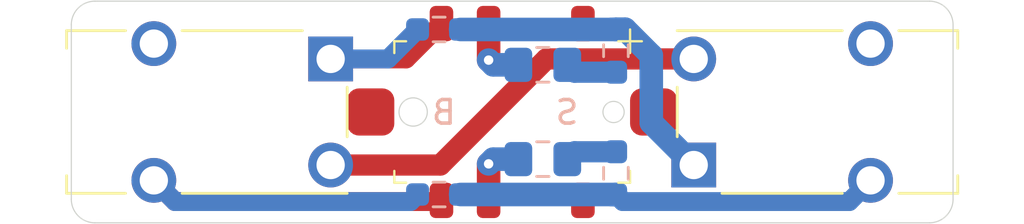
<source format=kicad_pcb>
(kicad_pcb (version 20221018) (generator pcbnew)
  (layers (0 "F.Cu" signal) (31 "B.Cu" signal) (34 "B.Paste" user) (35 "F.Paste" user) (36 "B.SilkS" user "B.Silkscreen") (37 "F.SilkS" user "F.Silkscreen") (38 "B.Mask" user) (39 "F.Mask" user) (44 "Edge.Cuts" user))
  (net 0 "")
  (net 1 "Net-(C1-Pad1)")
  (net 2 "Net-(J2-PadR)")
  (net 3 "Net-(C1-Pad2)")
  (net 4 "Net-(C2-Pad2)")
  (net 5 "Net-(J2-PadT)")
  (net 6 "Net-(C2-Pad1)")
  (net 7 "Net-(J1-PadT)")
  (net 8 "Net-(J1-PadR)")
  (net 9 "Net-(J1-PadS)")
  (footprint "Connector_Audio:Jack_3.5mm_Switronic_ST-005-G_horizontal" (layer "F.Cu") (at -14.2 0)
    (fp_text reference "J1" hide)
    (fp_text value "AudioJack3")
    (fp_line (start -4.7 -3.45) (end -2.2 -3.45) (stroke (width 0.12)) (layer "F.SilkS"))
    (fp_line (start -4.7 -2.7) (end -4.7 -3.45) (stroke (width 0.12)) (layer "F.SilkS"))
    (fp_line (start -4.7 3.45) (end -4.7 2.7) (stroke (width 0.12)) (layer "F.SilkS"))
    (fp_line (start -2.2 3.45) (end -4.7 3.45) (stroke (width 0.12)) (layer "F.SilkS"))
    (fp_line (start 0.2 -3.45) (end 5.3 -3.45) (stroke (width 0.12)) (layer "F.SilkS"))
    (fp_line (start 0.2 3.45) (end 7.2 3.45) (stroke (width 0.12)) (layer "F.SilkS"))
    (fp_line (start 7.2 -1.05) (end 7.2 1.05) (stroke (width 0.12)) (layer "F.SilkS"))
    (pad "" np_thru_hole circle (at 2.5 -2.5) (size 1 1) (drill 1) (layers "*.Cu" "*.Mask"))
    (pad "" np_thru_hole circle (at 2.5 2.5) (size 1 1) (drill 1) (layers "*.Cu" "*.Mask"))
    (pad "R" thru_hole rect (at 6.5 -2.25) (size 1.9 1.9) (drill 1.2) (layers "*.Cu" "*.Mask") (net 8 "Net-(J1-PadR)"))
    (pad "S" thru_hole circle (at 6.5 2.25) (size 1.9 1.9) (drill 1.2) (layers "*.Cu" "*.Mask") (net 9 "Net-(J1-PadS)"))
    (pad "T" thru_hole circle (at -1 -2.9) (size 1.9 1.9) (drill 1.2) (layers "*.Cu" "*.Mask") (net 7 "Net-(J1-PadT)"))
    (pad "T" thru_hole circle (at -1 2.9) (size 1.9 1.9) (drill 1.2) (layers "*.Cu" "*.Mask") (net 7 "Net-(J1-PadT)"))
  )
  (footprint "mylib:CMS-2202TB" (layer "F.Cu") (at 0 0 180)
    (fp_text reference "SW1" hide)
    (fp_text value "~")
    (fp_line (start -5 -3) (end -5 -2.5) (stroke (width 0.1)) (layer "F.SilkS"))
    (fp_line (start -5 -3) (end -4.5 -3) (stroke (width 0.1)) (layer "F.SilkS"))
    (fp_line (start -5 3) (end -5.5 3) (stroke (width 0.1)) (layer "F.SilkS"))
    (fp_line (start -5 3) (end -5 2.5) (stroke (width 0.1)) (layer "F.SilkS"))
    (fp_line (start -5 3) (end -5 3.5) (stroke (width 0.1)) (layer "F.SilkS"))
    (fp_line (start -5 3) (end -4.5 3) (stroke (width 0.1)) (layer "F.SilkS"))
    (fp_line (start 4.5 -3) (end 5 -3) (stroke (width 0.1)) (layer "F.SilkS"))
    (fp_line (start 5 -3) (end 5 -2.5) (stroke (width 0.1)) (layer "F.SilkS"))
    (fp_line (start 5 3) (end 4.5 3) (stroke (width 0.1)) (layer "F.SilkS"))
    (fp_line (start 5 3) (end 5 2.5) (stroke (width 0.1)) (layer "F.SilkS"))
    (fp_circle (center -4.3 0) (end -3.85 0) (stroke (width 0.05)) (fill none) (layer "Edge.Cuts"))
    (fp_circle (center 4.2 0) (end 4.8 0) (stroke (width 0.05)) (fill none) (layer "Edge.Cuts"))
    (pad "" smd roundrect (at -6 0 180) (size 2 2) (layers "F.Cu" "F.Paste" "F.Mask"))
    (pad "" smd roundrect (at 6 0 180) (size 2 2) (layers "F.Cu" "F.Paste" "F.Mask"))
    (pad "1" smd roundrect (at -3 3.75 180) (size 1 1.5) (layers "F.Cu" "F.Paste" "F.Mask"))
    (pad "2" smd roundrect (at 1 3.75 180) (size 1 1.5) (layers "F.Cu" "F.Paste" "F.Mask") (net 1 "Net-(C1-Pad1)"))
    (pad "3" smd roundrect (at 3 3.75 180) (size 1 1.5) (layers "F.Cu" "F.Paste" "F.Mask") (net 8 "Net-(J1-PadR)"))
    (pad "4" smd roundrect (at -3 -3.75 180) (size 1 1.5) (layers "F.Cu" "F.Paste" "F.Mask"))
    (pad "5" smd roundrect (at 1 -3.75 180) (size 1 1.5) (layers "F.Cu" "F.Paste" "F.Mask") (net 6 "Net-(C2-Pad1)"))
    (pad "6" smd roundrect (at 3 -3.75 180) (size 1 1.5) (layers "F.Cu" "F.Paste" "F.Mask") (net 7 "Net-(J1-PadT)"))
  )
  (footprint "Connector_Audio:Jack_3.5mm_Switronic_ST-005-G_horizontal" (layer "F.Cu") (at 14.2 0 180)
    (fp_text reference "J2" hide)
    (fp_text value "AudioJack3")
    (fp_line (start -4.7 -3.45) (end -2.2 -3.45) (stroke (width 0.12)) (layer "F.SilkS"))
    (fp_line (start -4.7 -2.7) (end -4.7 -3.45) (stroke (width 0.12)) (layer "F.SilkS"))
    (fp_line (start -4.7 3.45) (end -4.7 2.7) (stroke (width 0.12)) (layer "F.SilkS"))
    (fp_line (start -2.2 3.45) (end -4.7 3.45) (stroke (width 0.12)) (layer "F.SilkS"))
    (fp_line (start 0.2 -3.45) (end 5.3 -3.45) (stroke (width 0.12)) (layer "F.SilkS"))
    (fp_line (start 0.2 3.45) (end 7.2 3.45) (stroke (width 0.12)) (layer "F.SilkS"))
    (fp_line (start 7.2 -1.05) (end 7.2 1.05) (stroke (width 0.12)) (layer "F.SilkS"))
    (pad "" np_thru_hole circle (at 2.5 -2.5 180) (size 1 1) (drill 1) (layers "*.Cu" "*.Mask"))
    (pad "" np_thru_hole circle (at 2.5 2.5 180) (size 1 1) (drill 1) (layers "*.Cu" "*.Mask"))
    (pad "R" thru_hole rect (at 6.5 -2.25 180) (size 1.9 1.9) (drill 1.2) (layers "*.Cu" "*.Mask") (net 2 "Net-(J2-PadR)"))
    (pad "S" thru_hole circle (at 6.5 2.25 180) (size 1.9 1.9) (drill 1.2) (layers "*.Cu" "*.Mask") (net 9 "Net-(J1-PadS)"))
    (pad "T" thru_hole circle (at -1 -2.9 180) (size 1.9 1.9) (drill 1.2) (layers "*.Cu" "*.Mask") (net 5 "Net-(J2-PadT)"))
    (pad "T" thru_hole circle (at -1 2.9 180) (size 1.9 1.9) (drill 1.2) (layers "*.Cu" "*.Mask") (net 5 "Net-(J2-PadT)"))
  )
  (footprint "Resistor_SMD:R_0603_1608Metric_Pad0.98x0.95mm_HandSolder" (layer "B.Cu") (at -3.1 3.5)
    (fp_text reference "R4" hide)
    (fp_text value "100" hide)
    (fp_line (start -0.254724 -0.5225) (end 0.254724 -0.5225) (stroke (width 0.12)) (layer "B.SilkS"))
    (fp_line (start -0.254724 0.5225) (end 0.254724 0.5225) (stroke (width 0.12)) (layer "B.SilkS"))
    (pad "1" smd roundrect (at -0.9125 0) (size 0.975 0.95) (layers "B.Cu" "B.Paste" "B.Mask") (net 7 "Net-(J1-PadT)"))
    (pad "2" smd roundrect (at 0.9125 0) (size 0.975 0.95) (layers "B.Cu" "B.Paste" "B.Mask") (net 5 "Net-(J2-PadT)"))
  )
  (footprint "Capacitor_SMD:C_0805_2012Metric_Pad1.18x1.45mm_HandSolder" (layer "B.Cu") (at 1.3 2)
    (fp_text reference "C2" hide)
    (fp_text value "0.22u" hide)
    (fp_line (start -0.261252 -0.735) (end 0.261252 -0.735) (stroke (width 0.12)) (layer "B.SilkS"))
    (fp_line (start -0.261252 0.735) (end 0.261252 0.735) (stroke (width 0.12)) (layer "B.SilkS"))
    (pad "1" smd roundrect (at -1.0375 0) (size 1.175 1.45) (layers "B.Cu" "B.Paste" "B.Mask") (roundrect_rratio 0.2127659574) (net 6 "Net-(C2-Pad1)"))
    (pad "2" smd roundrect (at 1.0375 0) (size 1.175 1.45) (layers "B.Cu" "B.Paste" "B.Mask") (roundrect_rratio 0.2127659574) (net 4 "Net-(C2-Pad2)"))
  )
  (footprint "Resistor_SMD:R_0603_1608Metric_Pad0.98x0.95mm_HandSolder" (layer "B.Cu") (at 4.4 -2.6 90)
    (fp_text reference "R2" hide)
    (fp_text value "100" hide)
    (fp_line (start -0.254724 -0.5225) (end 0.254724 -0.5225) (stroke (width 0.12)) (layer "B.SilkS"))
    (fp_line (start -0.254724 0.5225) (end 0.254724 0.5225) (stroke (width 0.12)) (layer "B.SilkS"))
    (pad "1" smd roundrect (at -0.9125 0 90) (size 0.975 0.95) (layers "B.Cu" "B.Paste" "B.Mask") (net 3 "Net-(C1-Pad2)"))
    (pad "2" smd roundrect (at 0.9125 0 90) (size 0.975 0.95) (layers "B.Cu" "B.Paste" "B.Mask") (net 2 "Net-(J2-PadR)"))
  )
  (footprint "Resistor_SMD:R_0603_1608Metric_Pad0.98x0.95mm_HandSolder" (layer "B.Cu") (at -3.1 -3.5)
    (fp_text reference "R1" hide)
    (fp_text value "100" hide)
    (fp_line (start -0.254724 -0.5225) (end 0.254724 -0.5225) (stroke (width 0.12)) (layer "B.SilkS"))
    (fp_line (start -0.254724 0.5225) (end 0.254724 0.5225) (stroke (width 0.12)) (layer "B.SilkS"))
    (pad "1" smd roundrect (at -0.9125 0) (size 0.975 0.95) (layers "B.Cu" "B.Paste" "B.Mask") (net 8 "Net-(J1-PadR)"))
    (pad "2" smd roundrect (at 0.9125 0) (size 0.975 0.95) (layers "B.Cu" "B.Paste" "B.Mask") (net 2 "Net-(J2-PadR)"))
  )
  (footprint "Resistor_SMD:R_0603_1608Metric_Pad0.98x0.95mm_HandSolder" (layer "B.Cu") (at 4.4 2.6 -90)
    (fp_text reference "R3" hide)
    (fp_text value "100" hide)
    (fp_line (start -0.254724 -0.5225) (end 0.254724 -0.5225) (stroke (width 0.12)) (layer "B.SilkS"))
    (fp_line (start -0.254724 0.5225) (end 0.254724 0.5225) (stroke (width 0.12)) (layer "B.SilkS"))
    (pad "1" smd roundrect (at -0.9125 0 270) (size 0.975 0.95) (layers "B.Cu" "B.Paste" "B.Mask") (net 4 "Net-(C2-Pad2)"))
    (pad "2" smd roundrect (at 0.9125 0 270) (size 0.975 0.95) (layers "B.Cu" "B.Paste" "B.Mask") (net 5 "Net-(J2-PadT)"))
  )
  (footprint "Capacitor_SMD:C_0805_2012Metric_Pad1.18x1.45mm_HandSolder" (layer "B.Cu") (at 1.3 -2)
    (fp_text reference "C1" hide)
    (fp_text value "0.22u" hide)
    (fp_line (start -0.261252 -0.735) (end 0.261252 -0.735) (stroke (width 0.12)) (layer "B.SilkS"))
    (fp_line (start -0.261252 0.735) (end 0.261252 0.735) (stroke (width 0.12)) (layer "B.SilkS"))
    (pad "1" smd roundrect (at -1.0375 0) (size 1.175 1.45) (layers "B.Cu" "B.Paste" "B.Mask") (roundrect_rratio 0.2127659574) (net 1 "Net-(C1-Pad1)"))
    (pad "2" smd roundrect (at 1.0375 0) (size 1.175 1.45) (layers "B.Cu" "B.Paste" "B.Mask") (roundrect_rratio 0.2127659574) (net 3 "Net-(C1-Pad2)"))
  )
  (gr_arc (start -18.7 -3.7) (mid -18.407107 -4.407107) (end -17.7 -4.7) (stroke (width 0.05)) (layer "Edge.Cuts"))
  (gr_line (start 17.7 4.7) (end -17.7 4.7) (stroke (width 0.05)) (layer "Edge.Cuts"))
  (gr_line (start 18.7 -3.7) (end 18.7 3.7) (stroke (width 0.05)) (layer "Edge.Cuts"))
  (gr_arc (start -17.7 4.7) (mid -18.407107 4.407107) (end -18.7 3.7) (stroke (width 0.05)) (layer "Edge.Cuts"))
  (gr_line (start -17.7 -4.7) (end 17.7 -4.7) (stroke (width 0.05)) (layer "Edge.Cuts"))
  (gr_arc (start 17.7 -4.7) (mid 18.407107 -4.407107) (end 18.7 -3.7) (stroke (width 0.05)) (layer "Edge.Cuts"))
  (gr_line (start -18.7 3.7) (end -18.7 -3.7) (stroke (width 0.05)) (layer "Edge.Cuts"))
  (gr_arc (start 18.7 3.7) (mid 18.407107 4.407107) (end 17.7 4.7) (stroke (width 0.05)) (layer "Edge.Cuts"))
  (gr_text "B" (at -2.3 0.6) (layer "B.SilkS") (effects (font (size 1 1)) (justify left bottom mirror)))
  (gr_text "S" (at 2.9 0.6) (layer "B.SilkS") (effects (font (size 1 1)) (justify left bottom mirror)))
  (segment (start -1 -2.2) (end -1 -3.7) (width 1) (layer "F.Cu") (net 1))
  (via (at -1 -2.2) (size 0.8) (drill 0.4) (layers "F.Cu" "B.Cu") (net 1))
  (segment (start 0.2625 -2) (end -0.8 -2) (width 1) (layer "B.Cu") (net 1))
  (segment (start -0.8 -2) (end -1 -2.2) (width 1) (layer "B.Cu") (net 1))
  (segment (start 5.9 0.45) (end 7.7 2.25) (width 1) (layer "B.Cu") (net 2))
  (segment (start 4.4 -3.5125) (end 4.7875 -3.5125) (width 1) (layer "B.Cu") (net 2))
  (segment (start 4.7875 -3.5125) (end 5.9 -2.4) (width 1) (layer "B.Cu") (net 2))
  (segment (start 5.9 -2.4) (end 5.9 0.45) (width 1) (layer "B.Cu") (net 2))
  (segment (start 4.3875 -3.5) (end 4.4 -3.5125) (width 1) (layer "B.Cu") (net 2))
  (segment (start -2.1875 -3.5) (end 4.3875 -3.5) (width 1) (layer "B.Cu") (net 2))
  (segment (start 4.4 -1.6875) (end 2.65 -1.6875) (width 0.9) (layer "B.Cu") (net 3))
  (segment (start 2.65 -1.6875) (end 2.3375 -2) (width 0.9) (layer "B.Cu") (net 3))
  (segment (start 4.4 1.6875) (end 2.65 1.6875) (width 0.9) (layer "B.Cu") (net 4))
  (segment (start 2.65 1.6875) (end 2.3375 2) (width 0.9) (layer "B.Cu") (net 4))
  (segment (start 15.2 2.9) (end 14.3 3.8) (width 0.8) (layer "B.Cu") (net 5))
  (segment (start 4.3875 3.5) (end 4.4 3.5125) (width 1) (layer "B.Cu") (net 5))
  (segment (start 14.3 3.8) (end 4.6875 3.8) (width 0.8) (layer "B.Cu") (net 5))
  (segment (start -2.1875 3.5) (end 4.3875 3.5) (width 1) (layer "B.Cu") (net 5))
  (segment (start 4.6875 3.8) (end 4.4 3.5125) (width 0.8) (layer "B.Cu") (net 5))
  (segment (start -1 2.2) (end -1 3.7) (width 1) (layer "F.Cu") (net 6))
  (via (at -1 2.2) (size 0.8) (drill 0.4) (layers "F.Cu" "B.Cu") (net 6))
  (segment (start 0.2625 2) (end -0.8 2) (width 1) (layer "B.Cu") (net 6))
  (segment (start -0.8 2) (end -1 2.2) (width 1) (layer "B.Cu") (net 6))
  (segment (start -3.05 3.8) (end -3 3.75) (width 0.8) (layer "F.Cu") (net 7))
  (segment (start -15.2 2.9) (end -14.3 3.8) (width 0.8) (layer "F.Cu") (net 7))
  (segment (start -14.3 3.8) (end -3.05 3.8) (width 0.8) (layer "F.Cu") (net 7))
  (segment (start -14.3 3.8) (end -15.2 2.9) (width 0.8) (layer "B.Cu") (net 7))
  (segment (start -4.3125 3.8) (end -14.3 3.8) (width 0.8) (layer "B.Cu") (net 7))
  (segment (start -4.0125 3.5) (end -4.3125 3.8) (width 0.8) (layer "B.Cu") (net 7))
  (segment (start -4.5 -2.25) (end -3 -3.75) (width 0.8) (layer "F.Cu") (net 8))
  (segment (start -7.7 -2.25) (end -4.5 -2.25) (width 0.8) (layer "F.Cu") (net 8))
  (segment (start -7.7 -2.25) (end -5.2625 -2.25) (width 0.8) (layer "B.Cu") (net 8))
  (segment (start -5.2625 -2.25) (end -4.0125 -3.5) (width 0.8) (layer "B.Cu") (net 8))
  (segment (start 1.45 -2.25) (end -3.05 2.25) (width 0.9) (layer "F.Cu") (net 9))
  (segment (start 7.7 -2.25) (end 1.45 -2.25) (width 0.9) (layer "F.Cu") (net 9))
  (segment (start -3.05 2.25) (end -7.7 2.25) (width 0.9) (layer "F.Cu") (net 9))
)
</source>
